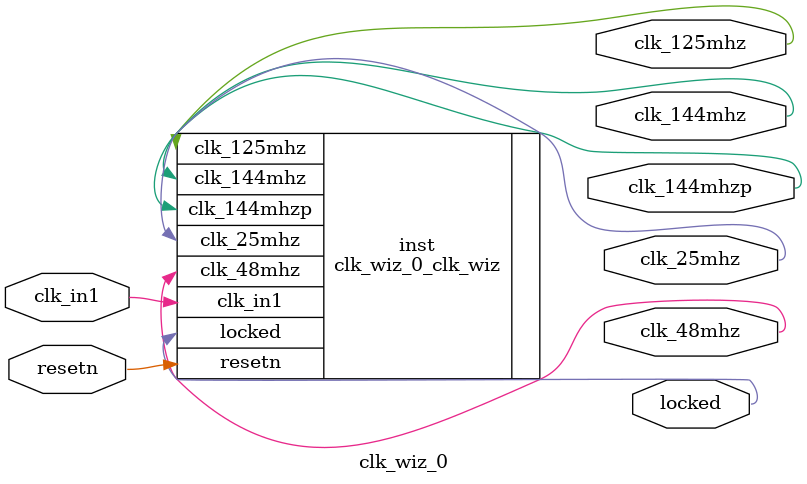
<source format=v>


`timescale 1ps/1ps

(* CORE_GENERATION_INFO = "clk_wiz_0,clk_wiz_v6_0_11_0_0,{component_name=clk_wiz_0,use_phase_alignment=true,use_min_o_jitter=false,use_max_i_jitter=false,use_dyn_phase_shift=false,use_inclk_switchover=false,use_dyn_reconfig=false,enable_axi=0,feedback_source=FDBK_AUTO,PRIMITIVE=MMCM,num_out_clk=5,clkin1_period=10.000,clkin2_period=10.000,use_power_down=false,use_reset=true,use_locked=true,use_inclk_stopped=false,feedback_type=SINGLE,CLOCK_MGR_TYPE=NA,manual_override=false}" *)

module clk_wiz_0 
 (
  // Clock out ports
  output        clk_144mhz,
  output        clk_48mhz,
  output        clk_125mhz,
  output        clk_25mhz,
  output        clk_144mhzp,
  // Status and control signals
  input         resetn,
  output        locked,
 // Clock in ports
  input         clk_in1
 );

  clk_wiz_0_clk_wiz inst
  (
  // Clock out ports  
  .clk_144mhz(clk_144mhz),
  .clk_48mhz(clk_48mhz),
  .clk_125mhz(clk_125mhz),
  .clk_25mhz(clk_25mhz),
  .clk_144mhzp(clk_144mhzp),
  // Status and control signals               
  .resetn(resetn), 
  .locked(locked),
 // Clock in ports
  .clk_in1(clk_in1)
  );

endmodule

</source>
